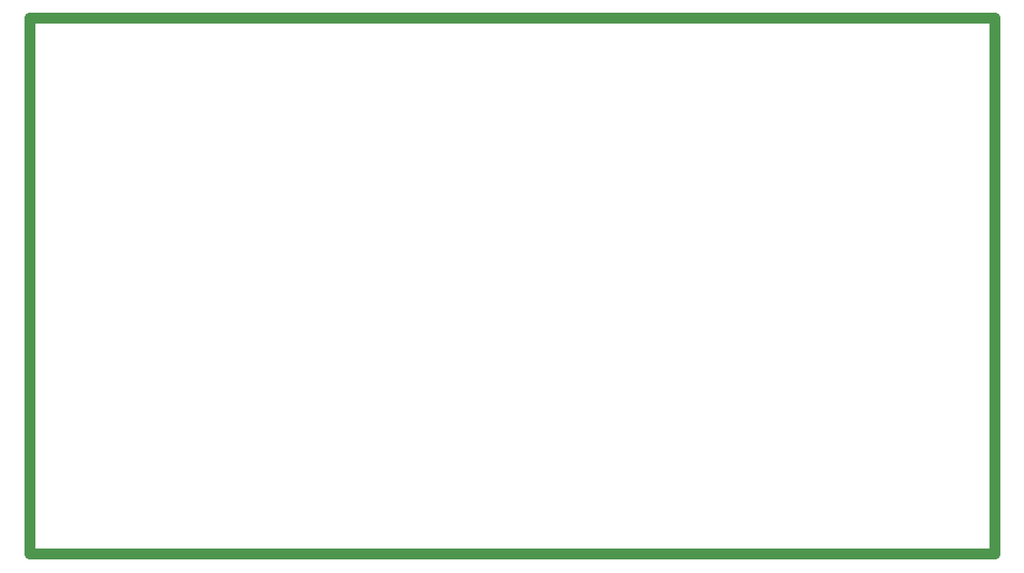
<source format=gko>
G04*
G04 #@! TF.GenerationSoftware,Altium Limited,Altium Designer,21.9.2 (33)*
G04*
G04 Layer_Color=16711935*
%FSTAX24Y24*%
%MOIN*%
G70*
G04*
G04 #@! TF.SameCoordinates,42221833-7155-40BC-9F66-F4787AFC6187*
G04*
G04*
G04 #@! TF.FilePolarity,Positive*
G04*
G01*
G75*
%ADD79C,0.0394*%
D79*
X01567Y02559D02*
Y045275D01*
X051103D01*
Y02559D02*
Y045275D01*
X01567Y02559D02*
X051103D01*
M02*

</source>
